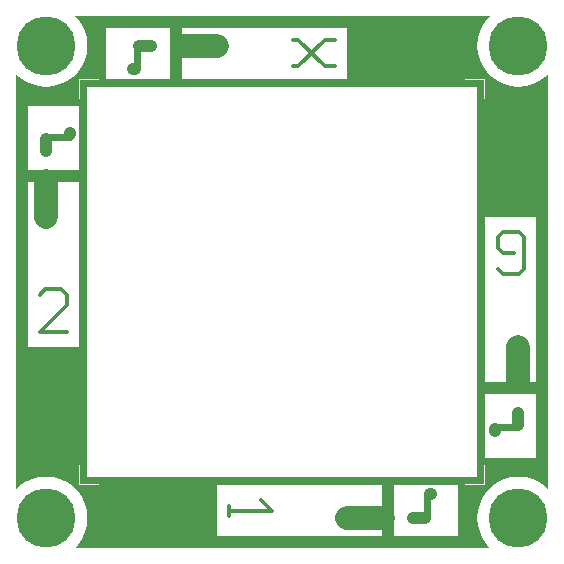
<source format=gbr>
G04 start of page 3 for group 1 idx 1 *
G04 Title: IrasCarrier, solder *
G04 Creator: pcb 1.99x *
G04 CreationDate: Di 16 Sep 2008 08:39:27 GMT UTC *
G04 For: stephan *
G04 Format: Gerber/RS-274X *
G04 PCB-Dimensions: 196850 196850 *
G04 PCB-Coordinate-Origin: lower left *
%MOIN*%
%FSLAX24Y24*%
%LNFRONT*%
%ADD11C,0.0200*%
%ADD12C,0.0394*%
%ADD13C,0.0236*%
%ADD14C,0.0787*%
%ADD15C,0.0141*%
%ADD16C,0.1968*%
%ADD17C,0.1260*%
G54D11*G36*
X3346Y16574D02*Y3110D01*
X3110D01*
Y3740D01*
X2992D01*
Y7677D01*
X3070D01*
Y15708D01*
X2992D01*
Y15944D01*
X3110D01*
Y16574D01*
X3346D01*
G37*
G36*
Y16850D02*Y16614D01*
X3070D01*
Y15708D01*
X1378D01*
Y7677D01*
X3070D01*
Y3070D01*
X3346D01*
Y2598D01*
X3189D01*
X3161Y2657D01*
X3024Y2854D01*
X2854Y3024D01*
X2657Y3161D01*
X2439Y3263D01*
X2207Y3325D01*
X1968Y3346D01*
X1729Y3325D01*
X1497Y3263D01*
X1279Y3161D01*
X1082Y3024D01*
X984Y2925D01*
Y16759D01*
X1082Y16660D01*
X1279Y16523D01*
X1497Y16421D01*
X1729Y16359D01*
X1968Y16338D01*
X2207Y16359D01*
X2439Y16421D01*
X2657Y16523D01*
X2854Y16660D01*
X3024Y16830D01*
X3037Y16850D01*
X3346D01*
G37*
G36*
X16338Y2834D02*Y3070D01*
X16614D01*
Y3976D01*
X18307D01*
Y12007D01*
X16614D01*
Y16614D01*
X16338D01*
Y17086D01*
X16495D01*
X16523Y17027D01*
X16660Y16830D01*
X16830Y16660D01*
X17027Y16523D01*
X17245Y16421D01*
X17477Y16359D01*
X17716Y16338D01*
X17955Y16359D01*
X18187Y16421D01*
X18405Y16523D01*
X18602Y16660D01*
X18700Y16759D01*
Y2925D01*
X18602Y3024D01*
X18405Y3161D01*
X18187Y3263D01*
X17955Y3325D01*
X17716Y3346D01*
X17477Y3325D01*
X17245Y3263D01*
X17027Y3161D01*
X16830Y3024D01*
X16660Y2854D01*
X16647Y2834D01*
X16338D01*
G37*
G36*
X16574Y3346D02*Y3110D01*
X15944D01*
Y2992D01*
X15708D01*
Y3070D01*
X7677D01*
Y2992D01*
X3740D01*
Y3110D01*
X3110D01*
Y3346D01*
X16574D01*
G37*
G36*
X16850D02*Y3037D01*
X16830Y3024D01*
X16660Y2854D01*
X16523Y2657D01*
X16421Y2439D01*
X16359Y2207D01*
X16338Y1968D01*
X16359Y1729D01*
X16421Y1497D01*
X16523Y1279D01*
X16660Y1082D01*
X16759Y984D01*
X2925D01*
X3024Y1082D01*
X3161Y1279D01*
X3263Y1497D01*
X3325Y1729D01*
X3346Y1968D01*
X3325Y2207D01*
X3263Y2439D01*
X3161Y2657D01*
X3024Y2854D01*
X2854Y3024D01*
X2657Y3161D01*
X2598Y3189D01*
Y3346D01*
X3070D01*
Y3070D01*
X7677D01*
Y1378D01*
X15708D01*
Y3070D01*
X16614D01*
Y3346D01*
X16850D01*
G37*
G36*
X16338Y3110D02*Y16574D01*
X16574D01*
Y15944D01*
X16692D01*
Y12007D01*
X16614D01*
Y3976D01*
X16692D01*
Y3740D01*
X16574D01*
Y3110D01*
X16338D01*
G37*
G36*
X2834Y16338D02*Y16647D01*
X2854Y16660D01*
X3024Y16830D01*
X3161Y17027D01*
X3263Y17245D01*
X3325Y17477D01*
X3346Y17716D01*
X3325Y17955D01*
X3263Y18187D01*
X3161Y18405D01*
X3024Y18602D01*
X2925Y18700D01*
X16759D01*
X16660Y18602D01*
X16523Y18405D01*
X16421Y18187D01*
X16359Y17955D01*
X16338Y17716D01*
X16359Y17477D01*
X16421Y17245D01*
X16523Y17027D01*
X16660Y16830D01*
X16830Y16660D01*
X17027Y16523D01*
X17086Y16495D01*
Y16338D01*
X16614D01*
Y16614D01*
X12007D01*
Y18307D01*
X3976D01*
Y16614D01*
X3070D01*
Y16338D01*
X2834D01*
G37*
G36*
X3110D02*Y16574D01*
X3740D01*
Y16692D01*
X3976D01*
Y16614D01*
X12007D01*
Y16692D01*
X15944D01*
Y16574D01*
X16574D01*
Y16338D01*
X3110D01*
G37*
G54D14*X6496Y17716D02*X7677D01*
G54D12*X5078D02*X5472D01*
X17716Y5472D02*Y5078D01*
X16929Y4921D02*Y4881D01*
G54D13*X16929Y5000D02*X17716D01*
X14685Y2755D02*Y1968D01*
G54D14*X12007D02*X13188D01*
G54D12*X14212D02*X14606D01*
X14763Y2755D02*X14803D01*
X13385Y3110D02*Y1338D01*
G54D14*X17716Y7677D02*Y6496D01*
G54D12*X16574Y6299D02*X18346D01*
X4921Y16929D02*X4881D01*
G54D13*X5000Y17716D02*Y16929D01*
G54D12*X6299Y18346D02*Y16574D01*
G54D13*X1968Y14685D02*X2755D01*
G54D14*X1968Y13188D02*Y12007D01*
G54D12*Y14606D02*Y14212D01*
X2755Y14803D02*Y14763D01*
X1338Y13385D02*X3110D01*
G54D15*X10195Y17027D02*X10372D01*
X11254Y17910D01*
X11607D01*
X11254Y17027D02*X11607D01*
X11254D02*X10372Y17910D01*
X10195D02*X10372D01*
X1771Y9411D02*X1948Y9587D01*
X2477D01*
X2654Y9411D01*
Y9058D01*
X1771Y8175D02*X2654Y9058D01*
X1771Y8175D02*X2654D01*
X8077Y2382D02*Y2029D01*
Y2206D02*X9489D01*
X9136Y2559D02*X9489Y2206D01*
X17207Y10097D02*X17030Y10273D01*
X17207Y10097D02*X17736D01*
X17913Y10273D02*X17736Y10097D01*
X17913Y11332D02*Y10273D01*
Y11332D02*X17736Y11509D01*
X17207D02*X17736D01*
X17207D02*X17030Y11332D01*
Y10979D01*
X17207Y10803D02*X17030Y10979D01*
X17207Y10803D02*X17560D01*
G54D16*X1968Y17716D03*
X17716D03*
X1968Y1968D03*
X17716D03*
G54D17*M02*

</source>
